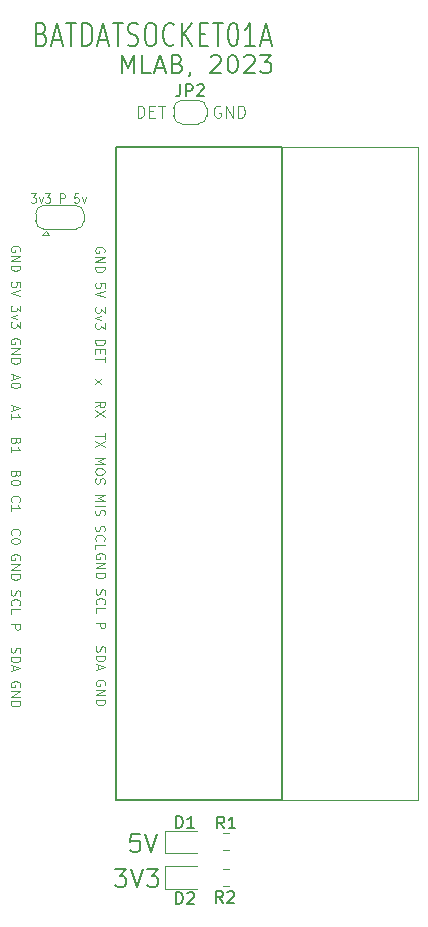
<source format=gbr>
%TF.GenerationSoftware,KiCad,Pcbnew,7.0.8-7.0.8~ubuntu23.04.1*%
%TF.CreationDate,2023-11-07T17:31:57+00:00*%
%TF.ProjectId,BATDATSOCKET01,42415444-4154-4534-9f43-4b455430312e,rev?*%
%TF.SameCoordinates,Original*%
%TF.FileFunction,Legend,Top*%
%TF.FilePolarity,Positive*%
%FSLAX46Y46*%
G04 Gerber Fmt 4.6, Leading zero omitted, Abs format (unit mm)*
G04 Created by KiCad (PCBNEW 7.0.8-7.0.8~ubuntu23.04.1) date 2023-11-07 17:31:57*
%MOMM*%
%LPD*%
G01*
G04 APERTURE LIST*
%ADD10C,0.100000*%
%ADD11C,0.150000*%
%ADD12C,0.200000*%
%ADD13C,0.120000*%
G04 APERTURE END LIST*
D10*
X-16748991Y61679688D02*
X-16710896Y61755878D01*
X-16710896Y61755878D02*
X-16710896Y61870164D01*
X-16710896Y61870164D02*
X-16748991Y61984450D01*
X-16748991Y61984450D02*
X-16825181Y62060640D01*
X-16825181Y62060640D02*
X-16901372Y62098735D01*
X-16901372Y62098735D02*
X-17053753Y62136831D01*
X-17053753Y62136831D02*
X-17168039Y62136831D01*
X-17168039Y62136831D02*
X-17320420Y62098735D01*
X-17320420Y62098735D02*
X-17396610Y62060640D01*
X-17396610Y62060640D02*
X-17472800Y61984450D01*
X-17472800Y61984450D02*
X-17510896Y61870164D01*
X-17510896Y61870164D02*
X-17510896Y61793973D01*
X-17510896Y61793973D02*
X-17472800Y61679688D01*
X-17472800Y61679688D02*
X-17434705Y61641592D01*
X-17434705Y61641592D02*
X-17168039Y61641592D01*
X-17168039Y61641592D02*
X-17168039Y61793973D01*
X-17510896Y61298735D02*
X-16710896Y61298735D01*
X-16710896Y61298735D02*
X-17510896Y60841592D01*
X-17510896Y60841592D02*
X-16710896Y60841592D01*
X-17510896Y60460640D02*
X-16710896Y60460640D01*
X-16710896Y60460640D02*
X-16710896Y60270164D01*
X-16710896Y60270164D02*
X-16748991Y60155878D01*
X-16748991Y60155878D02*
X-16825181Y60079688D01*
X-16825181Y60079688D02*
X-16901372Y60041593D01*
X-16901372Y60041593D02*
X-17053753Y60003497D01*
X-17053753Y60003497D02*
X-17168039Y60003497D01*
X-17168039Y60003497D02*
X-17320420Y60041593D01*
X-17320420Y60041593D02*
X-17396610Y60079688D01*
X-17396610Y60079688D02*
X-17472800Y60155878D01*
X-17472800Y60155878D02*
X-17510896Y60270164D01*
X-17510896Y60270164D02*
X-17510896Y60460640D01*
X-16710896Y58670164D02*
X-16710896Y59051116D01*
X-16710896Y59051116D02*
X-17091848Y59089212D01*
X-17091848Y59089212D02*
X-17053753Y59051116D01*
X-17053753Y59051116D02*
X-17015658Y58974926D01*
X-17015658Y58974926D02*
X-17015658Y58784450D01*
X-17015658Y58784450D02*
X-17053753Y58708259D01*
X-17053753Y58708259D02*
X-17091848Y58670164D01*
X-17091848Y58670164D02*
X-17168039Y58632069D01*
X-17168039Y58632069D02*
X-17358515Y58632069D01*
X-17358515Y58632069D02*
X-17434705Y58670164D01*
X-17434705Y58670164D02*
X-17472800Y58708259D01*
X-17472800Y58708259D02*
X-17510896Y58784450D01*
X-17510896Y58784450D02*
X-17510896Y58974926D01*
X-17510896Y58974926D02*
X-17472800Y59051116D01*
X-17472800Y59051116D02*
X-17434705Y59089212D01*
X-16710896Y58403497D02*
X-17510896Y58136830D01*
X-17510896Y58136830D02*
X-16710896Y57870164D01*
X-16710896Y57070164D02*
X-16710896Y56574926D01*
X-16710896Y56574926D02*
X-17015658Y56841592D01*
X-17015658Y56841592D02*
X-17015658Y56727307D01*
X-17015658Y56727307D02*
X-17053753Y56651116D01*
X-17053753Y56651116D02*
X-17091848Y56613021D01*
X-17091848Y56613021D02*
X-17168039Y56574926D01*
X-17168039Y56574926D02*
X-17358515Y56574926D01*
X-17358515Y56574926D02*
X-17434705Y56613021D01*
X-17434705Y56613021D02*
X-17472800Y56651116D01*
X-17472800Y56651116D02*
X-17510896Y56727307D01*
X-17510896Y56727307D02*
X-17510896Y56955878D01*
X-17510896Y56955878D02*
X-17472800Y57032069D01*
X-17472800Y57032069D02*
X-17434705Y57070164D01*
X-16977562Y56308259D02*
X-17510896Y56117783D01*
X-17510896Y56117783D02*
X-16977562Y55927306D01*
X-16710896Y55698735D02*
X-16710896Y55203497D01*
X-16710896Y55203497D02*
X-17015658Y55470163D01*
X-17015658Y55470163D02*
X-17015658Y55355878D01*
X-17015658Y55355878D02*
X-17053753Y55279687D01*
X-17053753Y55279687D02*
X-17091848Y55241592D01*
X-17091848Y55241592D02*
X-17168039Y55203497D01*
X-17168039Y55203497D02*
X-17358515Y55203497D01*
X-17358515Y55203497D02*
X-17434705Y55241592D01*
X-17434705Y55241592D02*
X-17472800Y55279687D01*
X-17472800Y55279687D02*
X-17510896Y55355878D01*
X-17510896Y55355878D02*
X-17510896Y55584449D01*
X-17510896Y55584449D02*
X-17472800Y55660640D01*
X-17472800Y55660640D02*
X-17434705Y55698735D01*
X-17510896Y54251115D02*
X-16710896Y54251115D01*
X-16710896Y54251115D02*
X-16710896Y54060639D01*
X-16710896Y54060639D02*
X-16748991Y53946353D01*
X-16748991Y53946353D02*
X-16825181Y53870163D01*
X-16825181Y53870163D02*
X-16901372Y53832068D01*
X-16901372Y53832068D02*
X-17053753Y53793972D01*
X-17053753Y53793972D02*
X-17168039Y53793972D01*
X-17168039Y53793972D02*
X-17320420Y53832068D01*
X-17320420Y53832068D02*
X-17396610Y53870163D01*
X-17396610Y53870163D02*
X-17472800Y53946353D01*
X-17472800Y53946353D02*
X-17510896Y54060639D01*
X-17510896Y54060639D02*
X-17510896Y54251115D01*
X-17091848Y53451115D02*
X-17091848Y53184449D01*
X-17510896Y53070163D02*
X-17510896Y53451115D01*
X-17510896Y53451115D02*
X-16710896Y53451115D01*
X-16710896Y53451115D02*
X-16710896Y53070163D01*
X-16710896Y52841591D02*
X-16710896Y52384448D01*
X-17510896Y52613020D02*
X-16710896Y52613020D01*
X-17510896Y50974924D02*
X-16977562Y50555876D01*
X-16977562Y50974924D02*
X-17510896Y50555876D01*
X-17510896Y48574923D02*
X-17129943Y48841590D01*
X-17510896Y49032066D02*
X-16710896Y49032066D01*
X-16710896Y49032066D02*
X-16710896Y48727304D01*
X-16710896Y48727304D02*
X-16748991Y48651114D01*
X-16748991Y48651114D02*
X-16787086Y48613019D01*
X-16787086Y48613019D02*
X-16863277Y48574923D01*
X-16863277Y48574923D02*
X-16977562Y48574923D01*
X-16977562Y48574923D02*
X-17053753Y48613019D01*
X-17053753Y48613019D02*
X-17091848Y48651114D01*
X-17091848Y48651114D02*
X-17129943Y48727304D01*
X-17129943Y48727304D02*
X-17129943Y49032066D01*
X-16710896Y48308257D02*
X-17510896Y47774923D01*
X-16710896Y47774923D02*
X-17510896Y48308257D01*
X-16710896Y46365399D02*
X-16710896Y45908256D01*
X-17510896Y46136828D02*
X-16710896Y46136828D01*
X-16710896Y45717780D02*
X-17510896Y45184446D01*
X-16710896Y45184446D02*
X-17510896Y45717780D01*
X-17510896Y44270160D02*
X-16710896Y44270160D01*
X-16710896Y44270160D02*
X-17282324Y44003494D01*
X-17282324Y44003494D02*
X-16710896Y43736827D01*
X-16710896Y43736827D02*
X-17510896Y43736827D01*
X-16710896Y43203493D02*
X-16710896Y43051112D01*
X-16710896Y43051112D02*
X-16748991Y42974922D01*
X-16748991Y42974922D02*
X-16825181Y42898731D01*
X-16825181Y42898731D02*
X-16977562Y42860636D01*
X-16977562Y42860636D02*
X-17244229Y42860636D01*
X-17244229Y42860636D02*
X-17396610Y42898731D01*
X-17396610Y42898731D02*
X-17472800Y42974922D01*
X-17472800Y42974922D02*
X-17510896Y43051112D01*
X-17510896Y43051112D02*
X-17510896Y43203493D01*
X-17510896Y43203493D02*
X-17472800Y43279684D01*
X-17472800Y43279684D02*
X-17396610Y43355874D01*
X-17396610Y43355874D02*
X-17244229Y43393970D01*
X-17244229Y43393970D02*
X-16977562Y43393970D01*
X-16977562Y43393970D02*
X-16825181Y43355874D01*
X-16825181Y43355874D02*
X-16748991Y43279684D01*
X-16748991Y43279684D02*
X-16710896Y43203493D01*
X-17472800Y42555875D02*
X-17510896Y42441589D01*
X-17510896Y42441589D02*
X-17510896Y42251113D01*
X-17510896Y42251113D02*
X-17472800Y42174922D01*
X-17472800Y42174922D02*
X-17434705Y42136827D01*
X-17434705Y42136827D02*
X-17358515Y42098732D01*
X-17358515Y42098732D02*
X-17282324Y42098732D01*
X-17282324Y42098732D02*
X-17206134Y42136827D01*
X-17206134Y42136827D02*
X-17168039Y42174922D01*
X-17168039Y42174922D02*
X-17129943Y42251113D01*
X-17129943Y42251113D02*
X-17091848Y42403494D01*
X-17091848Y42403494D02*
X-17053753Y42479684D01*
X-17053753Y42479684D02*
X-17015658Y42517779D01*
X-17015658Y42517779D02*
X-16939467Y42555875D01*
X-16939467Y42555875D02*
X-16863277Y42555875D01*
X-16863277Y42555875D02*
X-16787086Y42517779D01*
X-16787086Y42517779D02*
X-16748991Y42479684D01*
X-16748991Y42479684D02*
X-16710896Y42403494D01*
X-16710896Y42403494D02*
X-16710896Y42213017D01*
X-16710896Y42213017D02*
X-16748991Y42098732D01*
X-17510896Y41146350D02*
X-16710896Y41146350D01*
X-16710896Y41146350D02*
X-17282324Y40879684D01*
X-17282324Y40879684D02*
X-16710896Y40613017D01*
X-16710896Y40613017D02*
X-17510896Y40613017D01*
X-17510896Y40232064D02*
X-16710896Y40232064D01*
X-17472800Y39889208D02*
X-17510896Y39774922D01*
X-17510896Y39774922D02*
X-17510896Y39584446D01*
X-17510896Y39584446D02*
X-17472800Y39508255D01*
X-17472800Y39508255D02*
X-17434705Y39470160D01*
X-17434705Y39470160D02*
X-17358515Y39432065D01*
X-17358515Y39432065D02*
X-17282324Y39432065D01*
X-17282324Y39432065D02*
X-17206134Y39470160D01*
X-17206134Y39470160D02*
X-17168039Y39508255D01*
X-17168039Y39508255D02*
X-17129943Y39584446D01*
X-17129943Y39584446D02*
X-17091848Y39736827D01*
X-17091848Y39736827D02*
X-17053753Y39813017D01*
X-17053753Y39813017D02*
X-17015658Y39851112D01*
X-17015658Y39851112D02*
X-16939467Y39889208D01*
X-16939467Y39889208D02*
X-16863277Y39889208D01*
X-16863277Y39889208D02*
X-16787086Y39851112D01*
X-16787086Y39851112D02*
X-16748991Y39813017D01*
X-16748991Y39813017D02*
X-16710896Y39736827D01*
X-16710896Y39736827D02*
X-16710896Y39546350D01*
X-16710896Y39546350D02*
X-16748991Y39432065D01*
X-17472800Y38517779D02*
X-17510896Y38403493D01*
X-17510896Y38403493D02*
X-17510896Y38213017D01*
X-17510896Y38213017D02*
X-17472800Y38136826D01*
X-17472800Y38136826D02*
X-17434705Y38098731D01*
X-17434705Y38098731D02*
X-17358515Y38060636D01*
X-17358515Y38060636D02*
X-17282324Y38060636D01*
X-17282324Y38060636D02*
X-17206134Y38098731D01*
X-17206134Y38098731D02*
X-17168039Y38136826D01*
X-17168039Y38136826D02*
X-17129943Y38213017D01*
X-17129943Y38213017D02*
X-17091848Y38365398D01*
X-17091848Y38365398D02*
X-17053753Y38441588D01*
X-17053753Y38441588D02*
X-17015658Y38479683D01*
X-17015658Y38479683D02*
X-16939467Y38517779D01*
X-16939467Y38517779D02*
X-16863277Y38517779D01*
X-16863277Y38517779D02*
X-16787086Y38479683D01*
X-16787086Y38479683D02*
X-16748991Y38441588D01*
X-16748991Y38441588D02*
X-16710896Y38365398D01*
X-16710896Y38365398D02*
X-16710896Y38174921D01*
X-16710896Y38174921D02*
X-16748991Y38060636D01*
X-17434705Y37260635D02*
X-17472800Y37298731D01*
X-17472800Y37298731D02*
X-17510896Y37413016D01*
X-17510896Y37413016D02*
X-17510896Y37489207D01*
X-17510896Y37489207D02*
X-17472800Y37603493D01*
X-17472800Y37603493D02*
X-17396610Y37679683D01*
X-17396610Y37679683D02*
X-17320420Y37717778D01*
X-17320420Y37717778D02*
X-17168039Y37755874D01*
X-17168039Y37755874D02*
X-17053753Y37755874D01*
X-17053753Y37755874D02*
X-16901372Y37717778D01*
X-16901372Y37717778D02*
X-16825181Y37679683D01*
X-16825181Y37679683D02*
X-16748991Y37603493D01*
X-16748991Y37603493D02*
X-16710896Y37489207D01*
X-16710896Y37489207D02*
X-16710896Y37413016D01*
X-16710896Y37413016D02*
X-16748991Y37298731D01*
X-16748991Y37298731D02*
X-16787086Y37260635D01*
X-17510896Y36536826D02*
X-17510896Y36917778D01*
X-17510896Y36917778D02*
X-16710896Y36917778D01*
X-23884991Y61779688D02*
X-23846896Y61855878D01*
X-23846896Y61855878D02*
X-23846896Y61970164D01*
X-23846896Y61970164D02*
X-23884991Y62084450D01*
X-23884991Y62084450D02*
X-23961181Y62160640D01*
X-23961181Y62160640D02*
X-24037372Y62198735D01*
X-24037372Y62198735D02*
X-24189753Y62236831D01*
X-24189753Y62236831D02*
X-24304039Y62236831D01*
X-24304039Y62236831D02*
X-24456420Y62198735D01*
X-24456420Y62198735D02*
X-24532610Y62160640D01*
X-24532610Y62160640D02*
X-24608800Y62084450D01*
X-24608800Y62084450D02*
X-24646896Y61970164D01*
X-24646896Y61970164D02*
X-24646896Y61893973D01*
X-24646896Y61893973D02*
X-24608800Y61779688D01*
X-24608800Y61779688D02*
X-24570705Y61741592D01*
X-24570705Y61741592D02*
X-24304039Y61741592D01*
X-24304039Y61741592D02*
X-24304039Y61893973D01*
X-24646896Y61398735D02*
X-23846896Y61398735D01*
X-23846896Y61398735D02*
X-24646896Y60941592D01*
X-24646896Y60941592D02*
X-23846896Y60941592D01*
X-24646896Y60560640D02*
X-23846896Y60560640D01*
X-23846896Y60560640D02*
X-23846896Y60370164D01*
X-23846896Y60370164D02*
X-23884991Y60255878D01*
X-23884991Y60255878D02*
X-23961181Y60179688D01*
X-23961181Y60179688D02*
X-24037372Y60141593D01*
X-24037372Y60141593D02*
X-24189753Y60103497D01*
X-24189753Y60103497D02*
X-24304039Y60103497D01*
X-24304039Y60103497D02*
X-24456420Y60141593D01*
X-24456420Y60141593D02*
X-24532610Y60179688D01*
X-24532610Y60179688D02*
X-24608800Y60255878D01*
X-24608800Y60255878D02*
X-24646896Y60370164D01*
X-24646896Y60370164D02*
X-24646896Y60560640D01*
X-23846896Y58770164D02*
X-23846896Y59151116D01*
X-23846896Y59151116D02*
X-24227848Y59189212D01*
X-24227848Y59189212D02*
X-24189753Y59151116D01*
X-24189753Y59151116D02*
X-24151658Y59074926D01*
X-24151658Y59074926D02*
X-24151658Y58884450D01*
X-24151658Y58884450D02*
X-24189753Y58808259D01*
X-24189753Y58808259D02*
X-24227848Y58770164D01*
X-24227848Y58770164D02*
X-24304039Y58732069D01*
X-24304039Y58732069D02*
X-24494515Y58732069D01*
X-24494515Y58732069D02*
X-24570705Y58770164D01*
X-24570705Y58770164D02*
X-24608800Y58808259D01*
X-24608800Y58808259D02*
X-24646896Y58884450D01*
X-24646896Y58884450D02*
X-24646896Y59074926D01*
X-24646896Y59074926D02*
X-24608800Y59151116D01*
X-24608800Y59151116D02*
X-24570705Y59189212D01*
X-23846896Y58503497D02*
X-24646896Y58236830D01*
X-24646896Y58236830D02*
X-23846896Y57970164D01*
X-23846896Y57170164D02*
X-23846896Y56674926D01*
X-23846896Y56674926D02*
X-24151658Y56941592D01*
X-24151658Y56941592D02*
X-24151658Y56827307D01*
X-24151658Y56827307D02*
X-24189753Y56751116D01*
X-24189753Y56751116D02*
X-24227848Y56713021D01*
X-24227848Y56713021D02*
X-24304039Y56674926D01*
X-24304039Y56674926D02*
X-24494515Y56674926D01*
X-24494515Y56674926D02*
X-24570705Y56713021D01*
X-24570705Y56713021D02*
X-24608800Y56751116D01*
X-24608800Y56751116D02*
X-24646896Y56827307D01*
X-24646896Y56827307D02*
X-24646896Y57055878D01*
X-24646896Y57055878D02*
X-24608800Y57132069D01*
X-24608800Y57132069D02*
X-24570705Y57170164D01*
X-24113562Y56408259D02*
X-24646896Y56217783D01*
X-24646896Y56217783D02*
X-24113562Y56027306D01*
X-23846896Y55798735D02*
X-23846896Y55303497D01*
X-23846896Y55303497D02*
X-24151658Y55570163D01*
X-24151658Y55570163D02*
X-24151658Y55455878D01*
X-24151658Y55455878D02*
X-24189753Y55379687D01*
X-24189753Y55379687D02*
X-24227848Y55341592D01*
X-24227848Y55341592D02*
X-24304039Y55303497D01*
X-24304039Y55303497D02*
X-24494515Y55303497D01*
X-24494515Y55303497D02*
X-24570705Y55341592D01*
X-24570705Y55341592D02*
X-24608800Y55379687D01*
X-24608800Y55379687D02*
X-24646896Y55455878D01*
X-24646896Y55455878D02*
X-24646896Y55684449D01*
X-24646896Y55684449D02*
X-24608800Y55760640D01*
X-24608800Y55760640D02*
X-24570705Y55798735D01*
X-23884991Y53932068D02*
X-23846896Y54008258D01*
X-23846896Y54008258D02*
X-23846896Y54122544D01*
X-23846896Y54122544D02*
X-23884991Y54236830D01*
X-23884991Y54236830D02*
X-23961181Y54313020D01*
X-23961181Y54313020D02*
X-24037372Y54351115D01*
X-24037372Y54351115D02*
X-24189753Y54389211D01*
X-24189753Y54389211D02*
X-24304039Y54389211D01*
X-24304039Y54389211D02*
X-24456420Y54351115D01*
X-24456420Y54351115D02*
X-24532610Y54313020D01*
X-24532610Y54313020D02*
X-24608800Y54236830D01*
X-24608800Y54236830D02*
X-24646896Y54122544D01*
X-24646896Y54122544D02*
X-24646896Y54046353D01*
X-24646896Y54046353D02*
X-24608800Y53932068D01*
X-24608800Y53932068D02*
X-24570705Y53893972D01*
X-24570705Y53893972D02*
X-24304039Y53893972D01*
X-24304039Y53893972D02*
X-24304039Y54046353D01*
X-24646896Y53551115D02*
X-23846896Y53551115D01*
X-23846896Y53551115D02*
X-24646896Y53093972D01*
X-24646896Y53093972D02*
X-23846896Y53093972D01*
X-24646896Y52713020D02*
X-23846896Y52713020D01*
X-23846896Y52713020D02*
X-23846896Y52522544D01*
X-23846896Y52522544D02*
X-23884991Y52408258D01*
X-23884991Y52408258D02*
X-23961181Y52332068D01*
X-23961181Y52332068D02*
X-24037372Y52293973D01*
X-24037372Y52293973D02*
X-24189753Y52255877D01*
X-24189753Y52255877D02*
X-24304039Y52255877D01*
X-24304039Y52255877D02*
X-24456420Y52293973D01*
X-24456420Y52293973D02*
X-24532610Y52332068D01*
X-24532610Y52332068D02*
X-24608800Y52408258D01*
X-24608800Y52408258D02*
X-24646896Y52522544D01*
X-24646896Y52522544D02*
X-24646896Y52713020D01*
X-24418324Y51341592D02*
X-24418324Y50960639D01*
X-24646896Y51417782D02*
X-23846896Y51151115D01*
X-23846896Y51151115D02*
X-24646896Y50884449D01*
X-23846896Y50465401D02*
X-23846896Y50389211D01*
X-23846896Y50389211D02*
X-23884991Y50313020D01*
X-23884991Y50313020D02*
X-23923086Y50274925D01*
X-23923086Y50274925D02*
X-23999277Y50236830D01*
X-23999277Y50236830D02*
X-24151658Y50198735D01*
X-24151658Y50198735D02*
X-24342134Y50198735D01*
X-24342134Y50198735D02*
X-24494515Y50236830D01*
X-24494515Y50236830D02*
X-24570705Y50274925D01*
X-24570705Y50274925D02*
X-24608800Y50313020D01*
X-24608800Y50313020D02*
X-24646896Y50389211D01*
X-24646896Y50389211D02*
X-24646896Y50465401D01*
X-24646896Y50465401D02*
X-24608800Y50541592D01*
X-24608800Y50541592D02*
X-24570705Y50579687D01*
X-24570705Y50579687D02*
X-24494515Y50617782D01*
X-24494515Y50617782D02*
X-24342134Y50655878D01*
X-24342134Y50655878D02*
X-24151658Y50655878D01*
X-24151658Y50655878D02*
X-23999277Y50617782D01*
X-23999277Y50617782D02*
X-23923086Y50579687D01*
X-23923086Y50579687D02*
X-23884991Y50541592D01*
X-23884991Y50541592D02*
X-23846896Y50465401D01*
X-24418324Y48674925D02*
X-24418324Y48293972D01*
X-24646896Y48751115D02*
X-23846896Y48484448D01*
X-23846896Y48484448D02*
X-24646896Y48217782D01*
X-24646896Y47532068D02*
X-24646896Y47989211D01*
X-24646896Y47760639D02*
X-23846896Y47760639D01*
X-23846896Y47760639D02*
X-23961181Y47836830D01*
X-23961181Y47836830D02*
X-24037372Y47913020D01*
X-24037372Y47913020D02*
X-24075467Y47989211D01*
X-24227848Y45703496D02*
X-24265943Y45589210D01*
X-24265943Y45589210D02*
X-24304039Y45551115D01*
X-24304039Y45551115D02*
X-24380229Y45513019D01*
X-24380229Y45513019D02*
X-24494515Y45513019D01*
X-24494515Y45513019D02*
X-24570705Y45551115D01*
X-24570705Y45551115D02*
X-24608800Y45589210D01*
X-24608800Y45589210D02*
X-24646896Y45665400D01*
X-24646896Y45665400D02*
X-24646896Y45970162D01*
X-24646896Y45970162D02*
X-23846896Y45970162D01*
X-23846896Y45970162D02*
X-23846896Y45703496D01*
X-23846896Y45703496D02*
X-23884991Y45627305D01*
X-23884991Y45627305D02*
X-23923086Y45589210D01*
X-23923086Y45589210D02*
X-23999277Y45551115D01*
X-23999277Y45551115D02*
X-24075467Y45551115D01*
X-24075467Y45551115D02*
X-24151658Y45589210D01*
X-24151658Y45589210D02*
X-24189753Y45627305D01*
X-24189753Y45627305D02*
X-24227848Y45703496D01*
X-24227848Y45703496D02*
X-24227848Y45970162D01*
X-24646896Y44751115D02*
X-24646896Y45208258D01*
X-24646896Y44979686D02*
X-23846896Y44979686D01*
X-23846896Y44979686D02*
X-23961181Y45055877D01*
X-23961181Y45055877D02*
X-24037372Y45132067D01*
X-24037372Y45132067D02*
X-24075467Y45208258D01*
X-24227848Y42922543D02*
X-24265943Y42808257D01*
X-24265943Y42808257D02*
X-24304039Y42770162D01*
X-24304039Y42770162D02*
X-24380229Y42732066D01*
X-24380229Y42732066D02*
X-24494515Y42732066D01*
X-24494515Y42732066D02*
X-24570705Y42770162D01*
X-24570705Y42770162D02*
X-24608800Y42808257D01*
X-24608800Y42808257D02*
X-24646896Y42884447D01*
X-24646896Y42884447D02*
X-24646896Y43189209D01*
X-24646896Y43189209D02*
X-23846896Y43189209D01*
X-23846896Y43189209D02*
X-23846896Y42922543D01*
X-23846896Y42922543D02*
X-23884991Y42846352D01*
X-23884991Y42846352D02*
X-23923086Y42808257D01*
X-23923086Y42808257D02*
X-23999277Y42770162D01*
X-23999277Y42770162D02*
X-24075467Y42770162D01*
X-24075467Y42770162D02*
X-24151658Y42808257D01*
X-24151658Y42808257D02*
X-24189753Y42846352D01*
X-24189753Y42846352D02*
X-24227848Y42922543D01*
X-24227848Y42922543D02*
X-24227848Y43189209D01*
X-23846896Y42236828D02*
X-23846896Y42160638D01*
X-23846896Y42160638D02*
X-23884991Y42084447D01*
X-23884991Y42084447D02*
X-23923086Y42046352D01*
X-23923086Y42046352D02*
X-23999277Y42008257D01*
X-23999277Y42008257D02*
X-24151658Y41970162D01*
X-24151658Y41970162D02*
X-24342134Y41970162D01*
X-24342134Y41970162D02*
X-24494515Y42008257D01*
X-24494515Y42008257D02*
X-24570705Y42046352D01*
X-24570705Y42046352D02*
X-24608800Y42084447D01*
X-24608800Y42084447D02*
X-24646896Y42160638D01*
X-24646896Y42160638D02*
X-24646896Y42236828D01*
X-24646896Y42236828D02*
X-24608800Y42313019D01*
X-24608800Y42313019D02*
X-24570705Y42351114D01*
X-24570705Y42351114D02*
X-24494515Y42389209D01*
X-24494515Y42389209D02*
X-24342134Y42427305D01*
X-24342134Y42427305D02*
X-24151658Y42427305D01*
X-24151658Y42427305D02*
X-23999277Y42389209D01*
X-23999277Y42389209D02*
X-23923086Y42351114D01*
X-23923086Y42351114D02*
X-23884991Y42313019D01*
X-23884991Y42313019D02*
X-23846896Y42236828D01*
X-24570705Y40560637D02*
X-24608800Y40598733D01*
X-24608800Y40598733D02*
X-24646896Y40713018D01*
X-24646896Y40713018D02*
X-24646896Y40789209D01*
X-24646896Y40789209D02*
X-24608800Y40903495D01*
X-24608800Y40903495D02*
X-24532610Y40979685D01*
X-24532610Y40979685D02*
X-24456420Y41017780D01*
X-24456420Y41017780D02*
X-24304039Y41055876D01*
X-24304039Y41055876D02*
X-24189753Y41055876D01*
X-24189753Y41055876D02*
X-24037372Y41017780D01*
X-24037372Y41017780D02*
X-23961181Y40979685D01*
X-23961181Y40979685D02*
X-23884991Y40903495D01*
X-23884991Y40903495D02*
X-23846896Y40789209D01*
X-23846896Y40789209D02*
X-23846896Y40713018D01*
X-23846896Y40713018D02*
X-23884991Y40598733D01*
X-23884991Y40598733D02*
X-23923086Y40560637D01*
X-24646896Y39798733D02*
X-24646896Y40255876D01*
X-24646896Y40027304D02*
X-23846896Y40027304D01*
X-23846896Y40027304D02*
X-23961181Y40103495D01*
X-23961181Y40103495D02*
X-24037372Y40179685D01*
X-24037372Y40179685D02*
X-24075467Y40255876D01*
X-24570705Y37779684D02*
X-24608800Y37817780D01*
X-24608800Y37817780D02*
X-24646896Y37932065D01*
X-24646896Y37932065D02*
X-24646896Y38008256D01*
X-24646896Y38008256D02*
X-24608800Y38122542D01*
X-24608800Y38122542D02*
X-24532610Y38198732D01*
X-24532610Y38198732D02*
X-24456420Y38236827D01*
X-24456420Y38236827D02*
X-24304039Y38274923D01*
X-24304039Y38274923D02*
X-24189753Y38274923D01*
X-24189753Y38274923D02*
X-24037372Y38236827D01*
X-24037372Y38236827D02*
X-23961181Y38198732D01*
X-23961181Y38198732D02*
X-23884991Y38122542D01*
X-23884991Y38122542D02*
X-23846896Y38008256D01*
X-23846896Y38008256D02*
X-23846896Y37932065D01*
X-23846896Y37932065D02*
X-23884991Y37817780D01*
X-23884991Y37817780D02*
X-23923086Y37779684D01*
X-23846896Y37284446D02*
X-23846896Y37208256D01*
X-23846896Y37208256D02*
X-23884991Y37132065D01*
X-23884991Y37132065D02*
X-23923086Y37093970D01*
X-23923086Y37093970D02*
X-23999277Y37055875D01*
X-23999277Y37055875D02*
X-24151658Y37017780D01*
X-24151658Y37017780D02*
X-24342134Y37017780D01*
X-24342134Y37017780D02*
X-24494515Y37055875D01*
X-24494515Y37055875D02*
X-24570705Y37093970D01*
X-24570705Y37093970D02*
X-24608800Y37132065D01*
X-24608800Y37132065D02*
X-24646896Y37208256D01*
X-24646896Y37208256D02*
X-24646896Y37284446D01*
X-24646896Y37284446D02*
X-24608800Y37360637D01*
X-24608800Y37360637D02*
X-24570705Y37398732D01*
X-24570705Y37398732D02*
X-24494515Y37436827D01*
X-24494515Y37436827D02*
X-24342134Y37474923D01*
X-24342134Y37474923D02*
X-24151658Y37474923D01*
X-24151658Y37474923D02*
X-23999277Y37436827D01*
X-23999277Y37436827D02*
X-23923086Y37398732D01*
X-23923086Y37398732D02*
X-23884991Y37360637D01*
X-23884991Y37360637D02*
X-23846896Y37284446D01*
X-23884991Y35646351D02*
X-23846896Y35722541D01*
X-23846896Y35722541D02*
X-23846896Y35836827D01*
X-23846896Y35836827D02*
X-23884991Y35951113D01*
X-23884991Y35951113D02*
X-23961181Y36027303D01*
X-23961181Y36027303D02*
X-24037372Y36065398D01*
X-24037372Y36065398D02*
X-24189753Y36103494D01*
X-24189753Y36103494D02*
X-24304039Y36103494D01*
X-24304039Y36103494D02*
X-24456420Y36065398D01*
X-24456420Y36065398D02*
X-24532610Y36027303D01*
X-24532610Y36027303D02*
X-24608800Y35951113D01*
X-24608800Y35951113D02*
X-24646896Y35836827D01*
X-24646896Y35836827D02*
X-24646896Y35760636D01*
X-24646896Y35760636D02*
X-24608800Y35646351D01*
X-24608800Y35646351D02*
X-24570705Y35608255D01*
X-24570705Y35608255D02*
X-24304039Y35608255D01*
X-24304039Y35608255D02*
X-24304039Y35760636D01*
X-24646896Y35265398D02*
X-23846896Y35265398D01*
X-23846896Y35265398D02*
X-24646896Y34808255D01*
X-24646896Y34808255D02*
X-23846896Y34808255D01*
X-24646896Y34427303D02*
X-23846896Y34427303D01*
X-23846896Y34427303D02*
X-23846896Y34236827D01*
X-23846896Y34236827D02*
X-23884991Y34122541D01*
X-23884991Y34122541D02*
X-23961181Y34046351D01*
X-23961181Y34046351D02*
X-24037372Y34008256D01*
X-24037372Y34008256D02*
X-24189753Y33970160D01*
X-24189753Y33970160D02*
X-24304039Y33970160D01*
X-24304039Y33970160D02*
X-24456420Y34008256D01*
X-24456420Y34008256D02*
X-24532610Y34046351D01*
X-24532610Y34046351D02*
X-24608800Y34122541D01*
X-24608800Y34122541D02*
X-24646896Y34236827D01*
X-24646896Y34236827D02*
X-24646896Y34427303D01*
X-24608800Y33055875D02*
X-24646896Y32941589D01*
X-24646896Y32941589D02*
X-24646896Y32751113D01*
X-24646896Y32751113D02*
X-24608800Y32674922D01*
X-24608800Y32674922D02*
X-24570705Y32636827D01*
X-24570705Y32636827D02*
X-24494515Y32598732D01*
X-24494515Y32598732D02*
X-24418324Y32598732D01*
X-24418324Y32598732D02*
X-24342134Y32636827D01*
X-24342134Y32636827D02*
X-24304039Y32674922D01*
X-24304039Y32674922D02*
X-24265943Y32751113D01*
X-24265943Y32751113D02*
X-24227848Y32903494D01*
X-24227848Y32903494D02*
X-24189753Y32979684D01*
X-24189753Y32979684D02*
X-24151658Y33017779D01*
X-24151658Y33017779D02*
X-24075467Y33055875D01*
X-24075467Y33055875D02*
X-23999277Y33055875D01*
X-23999277Y33055875D02*
X-23923086Y33017779D01*
X-23923086Y33017779D02*
X-23884991Y32979684D01*
X-23884991Y32979684D02*
X-23846896Y32903494D01*
X-23846896Y32903494D02*
X-23846896Y32713017D01*
X-23846896Y32713017D02*
X-23884991Y32598732D01*
X-24570705Y31798731D02*
X-24608800Y31836827D01*
X-24608800Y31836827D02*
X-24646896Y31951112D01*
X-24646896Y31951112D02*
X-24646896Y32027303D01*
X-24646896Y32027303D02*
X-24608800Y32141589D01*
X-24608800Y32141589D02*
X-24532610Y32217779D01*
X-24532610Y32217779D02*
X-24456420Y32255874D01*
X-24456420Y32255874D02*
X-24304039Y32293970D01*
X-24304039Y32293970D02*
X-24189753Y32293970D01*
X-24189753Y32293970D02*
X-24037372Y32255874D01*
X-24037372Y32255874D02*
X-23961181Y32217779D01*
X-23961181Y32217779D02*
X-23884991Y32141589D01*
X-23884991Y32141589D02*
X-23846896Y32027303D01*
X-23846896Y32027303D02*
X-23846896Y31951112D01*
X-23846896Y31951112D02*
X-23884991Y31836827D01*
X-23884991Y31836827D02*
X-23923086Y31798731D01*
X-24646896Y31074922D02*
X-24646896Y31455874D01*
X-24646896Y31455874D02*
X-23846896Y31455874D01*
X-24646896Y30198731D02*
X-23846896Y30198731D01*
X-23846896Y30198731D02*
X-23846896Y29893969D01*
X-23846896Y29893969D02*
X-23884991Y29817779D01*
X-23884991Y29817779D02*
X-23923086Y29779684D01*
X-23923086Y29779684D02*
X-23999277Y29741588D01*
X-23999277Y29741588D02*
X-24113562Y29741588D01*
X-24113562Y29741588D02*
X-24189753Y29779684D01*
X-24189753Y29779684D02*
X-24227848Y29817779D01*
X-24227848Y29817779D02*
X-24265943Y29893969D01*
X-24265943Y29893969D02*
X-24265943Y30198731D01*
X-24608800Y28217779D02*
X-24646896Y28103493D01*
X-24646896Y28103493D02*
X-24646896Y27913017D01*
X-24646896Y27913017D02*
X-24608800Y27836826D01*
X-24608800Y27836826D02*
X-24570705Y27798731D01*
X-24570705Y27798731D02*
X-24494515Y27760636D01*
X-24494515Y27760636D02*
X-24418324Y27760636D01*
X-24418324Y27760636D02*
X-24342134Y27798731D01*
X-24342134Y27798731D02*
X-24304039Y27836826D01*
X-24304039Y27836826D02*
X-24265943Y27913017D01*
X-24265943Y27913017D02*
X-24227848Y28065398D01*
X-24227848Y28065398D02*
X-24189753Y28141588D01*
X-24189753Y28141588D02*
X-24151658Y28179683D01*
X-24151658Y28179683D02*
X-24075467Y28217779D01*
X-24075467Y28217779D02*
X-23999277Y28217779D01*
X-23999277Y28217779D02*
X-23923086Y28179683D01*
X-23923086Y28179683D02*
X-23884991Y28141588D01*
X-23884991Y28141588D02*
X-23846896Y28065398D01*
X-23846896Y28065398D02*
X-23846896Y27874921D01*
X-23846896Y27874921D02*
X-23884991Y27760636D01*
X-24646896Y27417778D02*
X-23846896Y27417778D01*
X-23846896Y27417778D02*
X-23846896Y27227302D01*
X-23846896Y27227302D02*
X-23884991Y27113016D01*
X-23884991Y27113016D02*
X-23961181Y27036826D01*
X-23961181Y27036826D02*
X-24037372Y26998731D01*
X-24037372Y26998731D02*
X-24189753Y26960635D01*
X-24189753Y26960635D02*
X-24304039Y26960635D01*
X-24304039Y26960635D02*
X-24456420Y26998731D01*
X-24456420Y26998731D02*
X-24532610Y27036826D01*
X-24532610Y27036826D02*
X-24608800Y27113016D01*
X-24608800Y27113016D02*
X-24646896Y27227302D01*
X-24646896Y27227302D02*
X-24646896Y27417778D01*
X-24418324Y26655874D02*
X-24418324Y26274921D01*
X-24646896Y26732064D02*
X-23846896Y26465397D01*
X-23846896Y26465397D02*
X-24646896Y26198731D01*
X-23884991Y24903493D02*
X-23846896Y24979683D01*
X-23846896Y24979683D02*
X-23846896Y25093969D01*
X-23846896Y25093969D02*
X-23884991Y25208255D01*
X-23884991Y25208255D02*
X-23961181Y25284445D01*
X-23961181Y25284445D02*
X-24037372Y25322540D01*
X-24037372Y25322540D02*
X-24189753Y25360636D01*
X-24189753Y25360636D02*
X-24304039Y25360636D01*
X-24304039Y25360636D02*
X-24456420Y25322540D01*
X-24456420Y25322540D02*
X-24532610Y25284445D01*
X-24532610Y25284445D02*
X-24608800Y25208255D01*
X-24608800Y25208255D02*
X-24646896Y25093969D01*
X-24646896Y25093969D02*
X-24646896Y25017778D01*
X-24646896Y25017778D02*
X-24608800Y24903493D01*
X-24608800Y24903493D02*
X-24570705Y24865397D01*
X-24570705Y24865397D02*
X-24304039Y24865397D01*
X-24304039Y24865397D02*
X-24304039Y25017778D01*
X-24646896Y24522540D02*
X-23846896Y24522540D01*
X-23846896Y24522540D02*
X-24646896Y24065397D01*
X-24646896Y24065397D02*
X-23846896Y24065397D01*
X-24646896Y23684445D02*
X-23846896Y23684445D01*
X-23846896Y23684445D02*
X-23846896Y23493969D01*
X-23846896Y23493969D02*
X-23884991Y23379683D01*
X-23884991Y23379683D02*
X-23961181Y23303493D01*
X-23961181Y23303493D02*
X-24037372Y23265398D01*
X-24037372Y23265398D02*
X-24189753Y23227302D01*
X-24189753Y23227302D02*
X-24304039Y23227302D01*
X-24304039Y23227302D02*
X-24456420Y23265398D01*
X-24456420Y23265398D02*
X-24532610Y23303493D01*
X-24532610Y23303493D02*
X-24608800Y23379683D01*
X-24608800Y23379683D02*
X-24646896Y23493969D01*
X-24646896Y23493969D02*
X-24646896Y23684445D01*
D11*
X-15801031Y9446372D02*
X-14872459Y9446372D01*
X-14872459Y9446372D02*
X-15372459Y8874943D01*
X-15372459Y8874943D02*
X-15158174Y8874943D01*
X-15158174Y8874943D02*
X-15015316Y8803515D01*
X-15015316Y8803515D02*
X-14943888Y8732086D01*
X-14943888Y8732086D02*
X-14872459Y8589229D01*
X-14872459Y8589229D02*
X-14872459Y8232086D01*
X-14872459Y8232086D02*
X-14943888Y8089229D01*
X-14943888Y8089229D02*
X-15015316Y8017800D01*
X-15015316Y8017800D02*
X-15158174Y7946372D01*
X-15158174Y7946372D02*
X-15586745Y7946372D01*
X-15586745Y7946372D02*
X-15729602Y8017800D01*
X-15729602Y8017800D02*
X-15801031Y8089229D01*
X-14443888Y9446372D02*
X-13943888Y7946372D01*
X-13943888Y7946372D02*
X-13443888Y9446372D01*
X-13086746Y9446372D02*
X-12158174Y9446372D01*
X-12158174Y9446372D02*
X-12658174Y8874943D01*
X-12658174Y8874943D02*
X-12443889Y8874943D01*
X-12443889Y8874943D02*
X-12301031Y8803515D01*
X-12301031Y8803515D02*
X-12229603Y8732086D01*
X-12229603Y8732086D02*
X-12158174Y8589229D01*
X-12158174Y8589229D02*
X-12158174Y8232086D01*
X-12158174Y8232086D02*
X-12229603Y8089229D01*
X-12229603Y8089229D02*
X-12301031Y8017800D01*
X-12301031Y8017800D02*
X-12443889Y7946372D01*
X-12443889Y7946372D02*
X-12872460Y7946372D01*
X-12872460Y7946372D02*
X-13015317Y8017800D01*
X-13015317Y8017800D02*
X-13086746Y8089229D01*
D12*
X-22025280Y80157781D02*
X-21810994Y80062543D01*
X-21810994Y80062543D02*
X-21739565Y79967305D01*
X-21739565Y79967305D02*
X-21668137Y79776829D01*
X-21668137Y79776829D02*
X-21668137Y79491115D01*
X-21668137Y79491115D02*
X-21739565Y79300639D01*
X-21739565Y79300639D02*
X-21810994Y79205400D01*
X-21810994Y79205400D02*
X-21953851Y79110162D01*
X-21953851Y79110162D02*
X-22525280Y79110162D01*
X-22525280Y79110162D02*
X-22525280Y81110162D01*
X-22525280Y81110162D02*
X-22025280Y81110162D01*
X-22025280Y81110162D02*
X-21882422Y81014924D01*
X-21882422Y81014924D02*
X-21810994Y80919686D01*
X-21810994Y80919686D02*
X-21739565Y80729210D01*
X-21739565Y80729210D02*
X-21739565Y80538734D01*
X-21739565Y80538734D02*
X-21810994Y80348258D01*
X-21810994Y80348258D02*
X-21882422Y80253020D01*
X-21882422Y80253020D02*
X-22025280Y80157781D01*
X-22025280Y80157781D02*
X-22525280Y80157781D01*
X-21096708Y79681591D02*
X-20382422Y79681591D01*
X-21239565Y79110162D02*
X-20739565Y81110162D01*
X-20739565Y81110162D02*
X-20239565Y79110162D01*
X-19953851Y81110162D02*
X-19096708Y81110162D01*
X-19525280Y79110162D02*
X-19525280Y81110162D01*
X-18596709Y79110162D02*
X-18596709Y81110162D01*
X-18596709Y81110162D02*
X-18239566Y81110162D01*
X-18239566Y81110162D02*
X-18025280Y81014924D01*
X-18025280Y81014924D02*
X-17882423Y80824448D01*
X-17882423Y80824448D02*
X-17810994Y80633972D01*
X-17810994Y80633972D02*
X-17739566Y80253020D01*
X-17739566Y80253020D02*
X-17739566Y79967305D01*
X-17739566Y79967305D02*
X-17810994Y79586353D01*
X-17810994Y79586353D02*
X-17882423Y79395877D01*
X-17882423Y79395877D02*
X-18025280Y79205400D01*
X-18025280Y79205400D02*
X-18239566Y79110162D01*
X-18239566Y79110162D02*
X-18596709Y79110162D01*
X-17168137Y79681591D02*
X-16453851Y79681591D01*
X-17310994Y79110162D02*
X-16810994Y81110162D01*
X-16810994Y81110162D02*
X-16310994Y79110162D01*
X-16025280Y81110162D02*
X-15168137Y81110162D01*
X-15596709Y79110162D02*
X-15596709Y81110162D01*
X-14739566Y79205400D02*
X-14525280Y79110162D01*
X-14525280Y79110162D02*
X-14168138Y79110162D01*
X-14168138Y79110162D02*
X-14025280Y79205400D01*
X-14025280Y79205400D02*
X-13953852Y79300639D01*
X-13953852Y79300639D02*
X-13882423Y79491115D01*
X-13882423Y79491115D02*
X-13882423Y79681591D01*
X-13882423Y79681591D02*
X-13953852Y79872067D01*
X-13953852Y79872067D02*
X-14025280Y79967305D01*
X-14025280Y79967305D02*
X-14168138Y80062543D01*
X-14168138Y80062543D02*
X-14453852Y80157781D01*
X-14453852Y80157781D02*
X-14596709Y80253020D01*
X-14596709Y80253020D02*
X-14668138Y80348258D01*
X-14668138Y80348258D02*
X-14739566Y80538734D01*
X-14739566Y80538734D02*
X-14739566Y80729210D01*
X-14739566Y80729210D02*
X-14668138Y80919686D01*
X-14668138Y80919686D02*
X-14596709Y81014924D01*
X-14596709Y81014924D02*
X-14453852Y81110162D01*
X-14453852Y81110162D02*
X-14096709Y81110162D01*
X-14096709Y81110162D02*
X-13882423Y81014924D01*
X-12953852Y81110162D02*
X-12668138Y81110162D01*
X-12668138Y81110162D02*
X-12525281Y81014924D01*
X-12525281Y81014924D02*
X-12382424Y80824448D01*
X-12382424Y80824448D02*
X-12310995Y80443496D01*
X-12310995Y80443496D02*
X-12310995Y79776829D01*
X-12310995Y79776829D02*
X-12382424Y79395877D01*
X-12382424Y79395877D02*
X-12525281Y79205400D01*
X-12525281Y79205400D02*
X-12668138Y79110162D01*
X-12668138Y79110162D02*
X-12953852Y79110162D01*
X-12953852Y79110162D02*
X-13096709Y79205400D01*
X-13096709Y79205400D02*
X-13239567Y79395877D01*
X-13239567Y79395877D02*
X-13310995Y79776829D01*
X-13310995Y79776829D02*
X-13310995Y80443496D01*
X-13310995Y80443496D02*
X-13239567Y80824448D01*
X-13239567Y80824448D02*
X-13096709Y81014924D01*
X-13096709Y81014924D02*
X-12953852Y81110162D01*
X-10810995Y79300639D02*
X-10882423Y79205400D01*
X-10882423Y79205400D02*
X-11096709Y79110162D01*
X-11096709Y79110162D02*
X-11239566Y79110162D01*
X-11239566Y79110162D02*
X-11453852Y79205400D01*
X-11453852Y79205400D02*
X-11596709Y79395877D01*
X-11596709Y79395877D02*
X-11668138Y79586353D01*
X-11668138Y79586353D02*
X-11739566Y79967305D01*
X-11739566Y79967305D02*
X-11739566Y80253020D01*
X-11739566Y80253020D02*
X-11668138Y80633972D01*
X-11668138Y80633972D02*
X-11596709Y80824448D01*
X-11596709Y80824448D02*
X-11453852Y81014924D01*
X-11453852Y81014924D02*
X-11239566Y81110162D01*
X-11239566Y81110162D02*
X-11096709Y81110162D01*
X-11096709Y81110162D02*
X-10882423Y81014924D01*
X-10882423Y81014924D02*
X-10810995Y80919686D01*
X-10168138Y79110162D02*
X-10168138Y81110162D01*
X-9310995Y79110162D02*
X-9953852Y80253020D01*
X-9310995Y81110162D02*
X-10168138Y79967305D01*
X-8668138Y80157781D02*
X-8168138Y80157781D01*
X-7953852Y79110162D02*
X-8668138Y79110162D01*
X-8668138Y79110162D02*
X-8668138Y81110162D01*
X-8668138Y81110162D02*
X-7953852Y81110162D01*
X-7525280Y81110162D02*
X-6668137Y81110162D01*
X-7096709Y79110162D02*
X-7096709Y81110162D01*
X-5882423Y81110162D02*
X-5739566Y81110162D01*
X-5739566Y81110162D02*
X-5596709Y81014924D01*
X-5596709Y81014924D02*
X-5525280Y80919686D01*
X-5525280Y80919686D02*
X-5453852Y80729210D01*
X-5453852Y80729210D02*
X-5382423Y80348258D01*
X-5382423Y80348258D02*
X-5382423Y79872067D01*
X-5382423Y79872067D02*
X-5453852Y79491115D01*
X-5453852Y79491115D02*
X-5525280Y79300639D01*
X-5525280Y79300639D02*
X-5596709Y79205400D01*
X-5596709Y79205400D02*
X-5739566Y79110162D01*
X-5739566Y79110162D02*
X-5882423Y79110162D01*
X-5882423Y79110162D02*
X-6025280Y79205400D01*
X-6025280Y79205400D02*
X-6096709Y79300639D01*
X-6096709Y79300639D02*
X-6168138Y79491115D01*
X-6168138Y79491115D02*
X-6239566Y79872067D01*
X-6239566Y79872067D02*
X-6239566Y80348258D01*
X-6239566Y80348258D02*
X-6168138Y80729210D01*
X-6168138Y80729210D02*
X-6096709Y80919686D01*
X-6096709Y80919686D02*
X-6025280Y81014924D01*
X-6025280Y81014924D02*
X-5882423Y81110162D01*
X-3953852Y79110162D02*
X-4810995Y79110162D01*
X-4382424Y79110162D02*
X-4382424Y81110162D01*
X-4382424Y81110162D02*
X-4525281Y80824448D01*
X-4525281Y80824448D02*
X-4668138Y80633972D01*
X-4668138Y80633972D02*
X-4810995Y80538734D01*
X-3382424Y79681591D02*
X-2668138Y79681591D01*
X-3525281Y79110162D02*
X-3025281Y81110162D01*
X-3025281Y81110162D02*
X-2525281Y79110162D01*
D11*
X-13743888Y12446372D02*
X-14458174Y12446372D01*
X-14458174Y12446372D02*
X-14529602Y11732086D01*
X-14529602Y11732086D02*
X-14458174Y11803515D01*
X-14458174Y11803515D02*
X-14315316Y11874943D01*
X-14315316Y11874943D02*
X-13958174Y11874943D01*
X-13958174Y11874943D02*
X-13815316Y11803515D01*
X-13815316Y11803515D02*
X-13743888Y11732086D01*
X-13743888Y11732086D02*
X-13672459Y11589229D01*
X-13672459Y11589229D02*
X-13672459Y11232086D01*
X-13672459Y11232086D02*
X-13743888Y11089229D01*
X-13743888Y11089229D02*
X-13815316Y11017800D01*
X-13815316Y11017800D02*
X-13958174Y10946372D01*
X-13958174Y10946372D02*
X-14315316Y10946372D01*
X-14315316Y10946372D02*
X-14458174Y11017800D01*
X-14458174Y11017800D02*
X-14529602Y11089229D01*
X-13243888Y12446372D02*
X-12743888Y10946372D01*
X-12743888Y10946372D02*
X-12243888Y12446372D01*
D10*
X-13910116Y73082581D02*
X-13910116Y74082581D01*
X-13910116Y74082581D02*
X-13672021Y74082581D01*
X-13672021Y74082581D02*
X-13529164Y74034962D01*
X-13529164Y74034962D02*
X-13433926Y73939724D01*
X-13433926Y73939724D02*
X-13386307Y73844486D01*
X-13386307Y73844486D02*
X-13338688Y73654010D01*
X-13338688Y73654010D02*
X-13338688Y73511153D01*
X-13338688Y73511153D02*
X-13386307Y73320677D01*
X-13386307Y73320677D02*
X-13433926Y73225439D01*
X-13433926Y73225439D02*
X-13529164Y73130200D01*
X-13529164Y73130200D02*
X-13672021Y73082581D01*
X-13672021Y73082581D02*
X-13910116Y73082581D01*
X-12910116Y73606391D02*
X-12576783Y73606391D01*
X-12433926Y73082581D02*
X-12910116Y73082581D01*
X-12910116Y73082581D02*
X-12910116Y74082581D01*
X-12910116Y74082581D02*
X-12433926Y74082581D01*
X-12148211Y74082581D02*
X-11576783Y74082581D01*
X-11862497Y73082581D02*
X-11862497Y74082581D01*
X-6910115Y74034962D02*
X-7005353Y74082581D01*
X-7005353Y74082581D02*
X-7148210Y74082581D01*
X-7148210Y74082581D02*
X-7291067Y74034962D01*
X-7291067Y74034962D02*
X-7386305Y73939724D01*
X-7386305Y73939724D02*
X-7433924Y73844486D01*
X-7433924Y73844486D02*
X-7481543Y73654010D01*
X-7481543Y73654010D02*
X-7481543Y73511153D01*
X-7481543Y73511153D02*
X-7433924Y73320677D01*
X-7433924Y73320677D02*
X-7386305Y73225439D01*
X-7386305Y73225439D02*
X-7291067Y73130200D01*
X-7291067Y73130200D02*
X-7148210Y73082581D01*
X-7148210Y73082581D02*
X-7052972Y73082581D01*
X-7052972Y73082581D02*
X-6910115Y73130200D01*
X-6910115Y73130200D02*
X-6862496Y73177820D01*
X-6862496Y73177820D02*
X-6862496Y73511153D01*
X-6862496Y73511153D02*
X-7052972Y73511153D01*
X-6433924Y73082581D02*
X-6433924Y74082581D01*
X-6433924Y74082581D02*
X-5862496Y73082581D01*
X-5862496Y73082581D02*
X-5862496Y74082581D01*
X-5386305Y73082581D02*
X-5386305Y74082581D01*
X-5386305Y74082581D02*
X-5148210Y74082581D01*
X-5148210Y74082581D02*
X-5005353Y74034962D01*
X-5005353Y74034962D02*
X-4910115Y73939724D01*
X-4910115Y73939724D02*
X-4862496Y73844486D01*
X-4862496Y73844486D02*
X-4814877Y73654010D01*
X-4814877Y73654010D02*
X-4814877Y73511153D01*
X-4814877Y73511153D02*
X-4862496Y73320677D01*
X-4862496Y73320677D02*
X-4910115Y73225439D01*
X-4910115Y73225439D02*
X-5005353Y73130200D01*
X-5005353Y73130200D02*
X-5148210Y73082581D01*
X-5148210Y73082581D02*
X-5386305Y73082581D01*
D12*
X-15225280Y76848972D02*
X-15225280Y78348972D01*
X-15225280Y78348972D02*
X-14725280Y77277543D01*
X-14725280Y77277543D02*
X-14225280Y78348972D01*
X-14225280Y78348972D02*
X-14225280Y76848972D01*
X-12796708Y76848972D02*
X-13510994Y76848972D01*
X-13510994Y76848972D02*
X-13510994Y78348972D01*
X-12368136Y77277543D02*
X-11653850Y77277543D01*
X-12510993Y76848972D02*
X-12010993Y78348972D01*
X-12010993Y78348972D02*
X-11510993Y76848972D01*
X-10510994Y77634686D02*
X-10296708Y77563258D01*
X-10296708Y77563258D02*
X-10225279Y77491829D01*
X-10225279Y77491829D02*
X-10153851Y77348972D01*
X-10153851Y77348972D02*
X-10153851Y77134686D01*
X-10153851Y77134686D02*
X-10225279Y76991829D01*
X-10225279Y76991829D02*
X-10296708Y76920400D01*
X-10296708Y76920400D02*
X-10439565Y76848972D01*
X-10439565Y76848972D02*
X-11010994Y76848972D01*
X-11010994Y76848972D02*
X-11010994Y78348972D01*
X-11010994Y78348972D02*
X-10510994Y78348972D01*
X-10510994Y78348972D02*
X-10368136Y78277543D01*
X-10368136Y78277543D02*
X-10296708Y78206115D01*
X-10296708Y78206115D02*
X-10225279Y78063258D01*
X-10225279Y78063258D02*
X-10225279Y77920400D01*
X-10225279Y77920400D02*
X-10296708Y77777543D01*
X-10296708Y77777543D02*
X-10368136Y77706115D01*
X-10368136Y77706115D02*
X-10510994Y77634686D01*
X-10510994Y77634686D02*
X-11010994Y77634686D01*
X-9439565Y76920400D02*
X-9439565Y76848972D01*
X-9439565Y76848972D02*
X-9510994Y76706115D01*
X-9510994Y76706115D02*
X-9582422Y76634686D01*
X-7725279Y78206115D02*
X-7653851Y78277543D01*
X-7653851Y78277543D02*
X-7510993Y78348972D01*
X-7510993Y78348972D02*
X-7153851Y78348972D01*
X-7153851Y78348972D02*
X-7010993Y78277543D01*
X-7010993Y78277543D02*
X-6939565Y78206115D01*
X-6939565Y78206115D02*
X-6868136Y78063258D01*
X-6868136Y78063258D02*
X-6868136Y77920400D01*
X-6868136Y77920400D02*
X-6939565Y77706115D01*
X-6939565Y77706115D02*
X-7796708Y76848972D01*
X-7796708Y76848972D02*
X-6868136Y76848972D01*
X-5939565Y78348972D02*
X-5796708Y78348972D01*
X-5796708Y78348972D02*
X-5653851Y78277543D01*
X-5653851Y78277543D02*
X-5582422Y78206115D01*
X-5582422Y78206115D02*
X-5510994Y78063258D01*
X-5510994Y78063258D02*
X-5439565Y77777543D01*
X-5439565Y77777543D02*
X-5439565Y77420400D01*
X-5439565Y77420400D02*
X-5510994Y77134686D01*
X-5510994Y77134686D02*
X-5582422Y76991829D01*
X-5582422Y76991829D02*
X-5653851Y76920400D01*
X-5653851Y76920400D02*
X-5796708Y76848972D01*
X-5796708Y76848972D02*
X-5939565Y76848972D01*
X-5939565Y76848972D02*
X-6082422Y76920400D01*
X-6082422Y76920400D02*
X-6153851Y76991829D01*
X-6153851Y76991829D02*
X-6225280Y77134686D01*
X-6225280Y77134686D02*
X-6296708Y77420400D01*
X-6296708Y77420400D02*
X-6296708Y77777543D01*
X-6296708Y77777543D02*
X-6225280Y78063258D01*
X-6225280Y78063258D02*
X-6153851Y78206115D01*
X-6153851Y78206115D02*
X-6082422Y78277543D01*
X-6082422Y78277543D02*
X-5939565Y78348972D01*
X-4868137Y78206115D02*
X-4796709Y78277543D01*
X-4796709Y78277543D02*
X-4653851Y78348972D01*
X-4653851Y78348972D02*
X-4296709Y78348972D01*
X-4296709Y78348972D02*
X-4153851Y78277543D01*
X-4153851Y78277543D02*
X-4082423Y78206115D01*
X-4082423Y78206115D02*
X-4010994Y78063258D01*
X-4010994Y78063258D02*
X-4010994Y77920400D01*
X-4010994Y77920400D02*
X-4082423Y77706115D01*
X-4082423Y77706115D02*
X-4939566Y76848972D01*
X-4939566Y76848972D02*
X-4010994Y76848972D01*
X-3510995Y78348972D02*
X-2582423Y78348972D01*
X-2582423Y78348972D02*
X-3082423Y77777543D01*
X-3082423Y77777543D02*
X-2868138Y77777543D01*
X-2868138Y77777543D02*
X-2725280Y77706115D01*
X-2725280Y77706115D02*
X-2653852Y77634686D01*
X-2653852Y77634686D02*
X-2582423Y77491829D01*
X-2582423Y77491829D02*
X-2582423Y77134686D01*
X-2582423Y77134686D02*
X-2653852Y76991829D01*
X-2653852Y76991829D02*
X-2725280Y76920400D01*
X-2725280Y76920400D02*
X-2868138Y76848972D01*
X-2868138Y76848972D02*
X-3296709Y76848972D01*
X-3296709Y76848972D02*
X-3439566Y76920400D01*
X-3439566Y76920400D02*
X-3510995Y76991829D01*
D10*
X-16698991Y35749688D02*
X-16660896Y35825878D01*
X-16660896Y35825878D02*
X-16660896Y35940164D01*
X-16660896Y35940164D02*
X-16698991Y36054450D01*
X-16698991Y36054450D02*
X-16775181Y36130640D01*
X-16775181Y36130640D02*
X-16851372Y36168735D01*
X-16851372Y36168735D02*
X-17003753Y36206831D01*
X-17003753Y36206831D02*
X-17118039Y36206831D01*
X-17118039Y36206831D02*
X-17270420Y36168735D01*
X-17270420Y36168735D02*
X-17346610Y36130640D01*
X-17346610Y36130640D02*
X-17422800Y36054450D01*
X-17422800Y36054450D02*
X-17460896Y35940164D01*
X-17460896Y35940164D02*
X-17460896Y35863973D01*
X-17460896Y35863973D02*
X-17422800Y35749688D01*
X-17422800Y35749688D02*
X-17384705Y35711592D01*
X-17384705Y35711592D02*
X-17118039Y35711592D01*
X-17118039Y35711592D02*
X-17118039Y35863973D01*
X-17460896Y35368735D02*
X-16660896Y35368735D01*
X-16660896Y35368735D02*
X-17460896Y34911592D01*
X-17460896Y34911592D02*
X-16660896Y34911592D01*
X-17460896Y34530640D02*
X-16660896Y34530640D01*
X-16660896Y34530640D02*
X-16660896Y34340164D01*
X-16660896Y34340164D02*
X-16698991Y34225878D01*
X-16698991Y34225878D02*
X-16775181Y34149688D01*
X-16775181Y34149688D02*
X-16851372Y34111593D01*
X-16851372Y34111593D02*
X-17003753Y34073497D01*
X-17003753Y34073497D02*
X-17118039Y34073497D01*
X-17118039Y34073497D02*
X-17270420Y34111593D01*
X-17270420Y34111593D02*
X-17346610Y34149688D01*
X-17346610Y34149688D02*
X-17422800Y34225878D01*
X-17422800Y34225878D02*
X-17460896Y34340164D01*
X-17460896Y34340164D02*
X-17460896Y34530640D01*
X-17422800Y33159212D02*
X-17460896Y33044926D01*
X-17460896Y33044926D02*
X-17460896Y32854450D01*
X-17460896Y32854450D02*
X-17422800Y32778259D01*
X-17422800Y32778259D02*
X-17384705Y32740164D01*
X-17384705Y32740164D02*
X-17308515Y32702069D01*
X-17308515Y32702069D02*
X-17232324Y32702069D01*
X-17232324Y32702069D02*
X-17156134Y32740164D01*
X-17156134Y32740164D02*
X-17118039Y32778259D01*
X-17118039Y32778259D02*
X-17079943Y32854450D01*
X-17079943Y32854450D02*
X-17041848Y33006831D01*
X-17041848Y33006831D02*
X-17003753Y33083021D01*
X-17003753Y33083021D02*
X-16965658Y33121116D01*
X-16965658Y33121116D02*
X-16889467Y33159212D01*
X-16889467Y33159212D02*
X-16813277Y33159212D01*
X-16813277Y33159212D02*
X-16737086Y33121116D01*
X-16737086Y33121116D02*
X-16698991Y33083021D01*
X-16698991Y33083021D02*
X-16660896Y33006831D01*
X-16660896Y33006831D02*
X-16660896Y32816354D01*
X-16660896Y32816354D02*
X-16698991Y32702069D01*
X-17384705Y31902068D02*
X-17422800Y31940164D01*
X-17422800Y31940164D02*
X-17460896Y32054449D01*
X-17460896Y32054449D02*
X-17460896Y32130640D01*
X-17460896Y32130640D02*
X-17422800Y32244926D01*
X-17422800Y32244926D02*
X-17346610Y32321116D01*
X-17346610Y32321116D02*
X-17270420Y32359211D01*
X-17270420Y32359211D02*
X-17118039Y32397307D01*
X-17118039Y32397307D02*
X-17003753Y32397307D01*
X-17003753Y32397307D02*
X-16851372Y32359211D01*
X-16851372Y32359211D02*
X-16775181Y32321116D01*
X-16775181Y32321116D02*
X-16698991Y32244926D01*
X-16698991Y32244926D02*
X-16660896Y32130640D01*
X-16660896Y32130640D02*
X-16660896Y32054449D01*
X-16660896Y32054449D02*
X-16698991Y31940164D01*
X-16698991Y31940164D02*
X-16737086Y31902068D01*
X-17460896Y31178259D02*
X-17460896Y31559211D01*
X-17460896Y31559211D02*
X-16660896Y31559211D01*
X-17460896Y30302068D02*
X-16660896Y30302068D01*
X-16660896Y30302068D02*
X-16660896Y29997306D01*
X-16660896Y29997306D02*
X-16698991Y29921116D01*
X-16698991Y29921116D02*
X-16737086Y29883021D01*
X-16737086Y29883021D02*
X-16813277Y29844925D01*
X-16813277Y29844925D02*
X-16927562Y29844925D01*
X-16927562Y29844925D02*
X-17003753Y29883021D01*
X-17003753Y29883021D02*
X-17041848Y29921116D01*
X-17041848Y29921116D02*
X-17079943Y29997306D01*
X-17079943Y29997306D02*
X-17079943Y30302068D01*
X-17422800Y28321116D02*
X-17460896Y28206830D01*
X-17460896Y28206830D02*
X-17460896Y28016354D01*
X-17460896Y28016354D02*
X-17422800Y27940163D01*
X-17422800Y27940163D02*
X-17384705Y27902068D01*
X-17384705Y27902068D02*
X-17308515Y27863973D01*
X-17308515Y27863973D02*
X-17232324Y27863973D01*
X-17232324Y27863973D02*
X-17156134Y27902068D01*
X-17156134Y27902068D02*
X-17118039Y27940163D01*
X-17118039Y27940163D02*
X-17079943Y28016354D01*
X-17079943Y28016354D02*
X-17041848Y28168735D01*
X-17041848Y28168735D02*
X-17003753Y28244925D01*
X-17003753Y28244925D02*
X-16965658Y28283020D01*
X-16965658Y28283020D02*
X-16889467Y28321116D01*
X-16889467Y28321116D02*
X-16813277Y28321116D01*
X-16813277Y28321116D02*
X-16737086Y28283020D01*
X-16737086Y28283020D02*
X-16698991Y28244925D01*
X-16698991Y28244925D02*
X-16660896Y28168735D01*
X-16660896Y28168735D02*
X-16660896Y27978258D01*
X-16660896Y27978258D02*
X-16698991Y27863973D01*
X-17460896Y27521115D02*
X-16660896Y27521115D01*
X-16660896Y27521115D02*
X-16660896Y27330639D01*
X-16660896Y27330639D02*
X-16698991Y27216353D01*
X-16698991Y27216353D02*
X-16775181Y27140163D01*
X-16775181Y27140163D02*
X-16851372Y27102068D01*
X-16851372Y27102068D02*
X-17003753Y27063972D01*
X-17003753Y27063972D02*
X-17118039Y27063972D01*
X-17118039Y27063972D02*
X-17270420Y27102068D01*
X-17270420Y27102068D02*
X-17346610Y27140163D01*
X-17346610Y27140163D02*
X-17422800Y27216353D01*
X-17422800Y27216353D02*
X-17460896Y27330639D01*
X-17460896Y27330639D02*
X-17460896Y27521115D01*
X-17232324Y26759211D02*
X-17232324Y26378258D01*
X-17460896Y26835401D02*
X-16660896Y26568734D01*
X-16660896Y26568734D02*
X-17460896Y26302068D01*
X-16698991Y25006830D02*
X-16660896Y25083020D01*
X-16660896Y25083020D02*
X-16660896Y25197306D01*
X-16660896Y25197306D02*
X-16698991Y25311592D01*
X-16698991Y25311592D02*
X-16775181Y25387782D01*
X-16775181Y25387782D02*
X-16851372Y25425877D01*
X-16851372Y25425877D02*
X-17003753Y25463973D01*
X-17003753Y25463973D02*
X-17118039Y25463973D01*
X-17118039Y25463973D02*
X-17270420Y25425877D01*
X-17270420Y25425877D02*
X-17346610Y25387782D01*
X-17346610Y25387782D02*
X-17422800Y25311592D01*
X-17422800Y25311592D02*
X-17460896Y25197306D01*
X-17460896Y25197306D02*
X-17460896Y25121115D01*
X-17460896Y25121115D02*
X-17422800Y25006830D01*
X-17422800Y25006830D02*
X-17384705Y24968734D01*
X-17384705Y24968734D02*
X-17118039Y24968734D01*
X-17118039Y24968734D02*
X-17118039Y25121115D01*
X-17460896Y24625877D02*
X-16660896Y24625877D01*
X-16660896Y24625877D02*
X-17460896Y24168734D01*
X-17460896Y24168734D02*
X-16660896Y24168734D01*
X-17460896Y23787782D02*
X-16660896Y23787782D01*
X-16660896Y23787782D02*
X-16660896Y23597306D01*
X-16660896Y23597306D02*
X-16698991Y23483020D01*
X-16698991Y23483020D02*
X-16775181Y23406830D01*
X-16775181Y23406830D02*
X-16851372Y23368735D01*
X-16851372Y23368735D02*
X-17003753Y23330639D01*
X-17003753Y23330639D02*
X-17118039Y23330639D01*
X-17118039Y23330639D02*
X-17270420Y23368735D01*
X-17270420Y23368735D02*
X-17346610Y23406830D01*
X-17346610Y23406830D02*
X-17422800Y23483020D01*
X-17422800Y23483020D02*
X-17460896Y23597306D01*
X-17460896Y23597306D02*
X-17460896Y23787782D01*
X-22948211Y66658105D02*
X-22514878Y66658105D01*
X-22514878Y66658105D02*
X-22748211Y66353343D01*
X-22748211Y66353343D02*
X-22648211Y66353343D01*
X-22648211Y66353343D02*
X-22581545Y66315248D01*
X-22581545Y66315248D02*
X-22548211Y66277153D01*
X-22548211Y66277153D02*
X-22514878Y66200962D01*
X-22514878Y66200962D02*
X-22514878Y66010486D01*
X-22514878Y66010486D02*
X-22548211Y65934296D01*
X-22548211Y65934296D02*
X-22581545Y65896200D01*
X-22581545Y65896200D02*
X-22648211Y65858105D01*
X-22648211Y65858105D02*
X-22848211Y65858105D01*
X-22848211Y65858105D02*
X-22914878Y65896200D01*
X-22914878Y65896200D02*
X-22948211Y65934296D01*
X-22281544Y66391439D02*
X-22114878Y65858105D01*
X-22114878Y65858105D02*
X-21948211Y66391439D01*
X-21748211Y66658105D02*
X-21314878Y66658105D01*
X-21314878Y66658105D02*
X-21548211Y66353343D01*
X-21548211Y66353343D02*
X-21448211Y66353343D01*
X-21448211Y66353343D02*
X-21381545Y66315248D01*
X-21381545Y66315248D02*
X-21348211Y66277153D01*
X-21348211Y66277153D02*
X-21314878Y66200962D01*
X-21314878Y66200962D02*
X-21314878Y66010486D01*
X-21314878Y66010486D02*
X-21348211Y65934296D01*
X-21348211Y65934296D02*
X-21381545Y65896200D01*
X-21381545Y65896200D02*
X-21448211Y65858105D01*
X-21448211Y65858105D02*
X-21648211Y65858105D01*
X-21648211Y65858105D02*
X-21714878Y65896200D01*
X-21714878Y65896200D02*
X-21748211Y65934296D01*
X-20481545Y65858105D02*
X-20481545Y66658105D01*
X-20481545Y66658105D02*
X-20214878Y66658105D01*
X-20214878Y66658105D02*
X-20148211Y66620010D01*
X-20148211Y66620010D02*
X-20114878Y66581915D01*
X-20114878Y66581915D02*
X-20081545Y66505724D01*
X-20081545Y66505724D02*
X-20081545Y66391439D01*
X-20081545Y66391439D02*
X-20114878Y66315248D01*
X-20114878Y66315248D02*
X-20148211Y66277153D01*
X-20148211Y66277153D02*
X-20214878Y66239058D01*
X-20214878Y66239058D02*
X-20481545Y66239058D01*
X-18914878Y66658105D02*
X-19248212Y66658105D01*
X-19248212Y66658105D02*
X-19281545Y66277153D01*
X-19281545Y66277153D02*
X-19248212Y66315248D01*
X-19248212Y66315248D02*
X-19181545Y66353343D01*
X-19181545Y66353343D02*
X-19014878Y66353343D01*
X-19014878Y66353343D02*
X-18948212Y66315248D01*
X-18948212Y66315248D02*
X-18914878Y66277153D01*
X-18914878Y66277153D02*
X-18881545Y66200962D01*
X-18881545Y66200962D02*
X-18881545Y66010486D01*
X-18881545Y66010486D02*
X-18914878Y65934296D01*
X-18914878Y65934296D02*
X-18948212Y65896200D01*
X-18948212Y65896200D02*
X-19014878Y65858105D01*
X-19014878Y65858105D02*
X-19181545Y65858105D01*
X-19181545Y65858105D02*
X-19248212Y65896200D01*
X-19248212Y65896200D02*
X-19281545Y65934296D01*
X-18648211Y66391439D02*
X-18481545Y65858105D01*
X-18481545Y65858105D02*
X-18314878Y66391439D01*
D11*
X-10297334Y75900181D02*
X-10297334Y75185896D01*
X-10297334Y75185896D02*
X-10344953Y75043039D01*
X-10344953Y75043039D02*
X-10440191Y74947800D01*
X-10440191Y74947800D02*
X-10583048Y74900181D01*
X-10583048Y74900181D02*
X-10678286Y74900181D01*
X-9821143Y74900181D02*
X-9821143Y75900181D01*
X-9821143Y75900181D02*
X-9440191Y75900181D01*
X-9440191Y75900181D02*
X-9344953Y75852562D01*
X-9344953Y75852562D02*
X-9297334Y75804943D01*
X-9297334Y75804943D02*
X-9249715Y75709705D01*
X-9249715Y75709705D02*
X-9249715Y75566848D01*
X-9249715Y75566848D02*
X-9297334Y75471610D01*
X-9297334Y75471610D02*
X-9344953Y75423991D01*
X-9344953Y75423991D02*
X-9440191Y75376372D01*
X-9440191Y75376372D02*
X-9821143Y75376372D01*
X-8868762Y75804943D02*
X-8821143Y75852562D01*
X-8821143Y75852562D02*
X-8725905Y75900181D01*
X-8725905Y75900181D02*
X-8487810Y75900181D01*
X-8487810Y75900181D02*
X-8392572Y75852562D01*
X-8392572Y75852562D02*
X-8344953Y75804943D01*
X-8344953Y75804943D02*
X-8297334Y75709705D01*
X-8297334Y75709705D02*
X-8297334Y75614467D01*
X-8297334Y75614467D02*
X-8344953Y75471610D01*
X-8344953Y75471610D02*
X-8916381Y74900181D01*
X-8916381Y74900181D02*
X-8297334Y74900181D01*
X-6580667Y12900181D02*
X-6914000Y13376372D01*
X-7152095Y12900181D02*
X-7152095Y13900181D01*
X-7152095Y13900181D02*
X-6771143Y13900181D01*
X-6771143Y13900181D02*
X-6675905Y13852562D01*
X-6675905Y13852562D02*
X-6628286Y13804943D01*
X-6628286Y13804943D02*
X-6580667Y13709705D01*
X-6580667Y13709705D02*
X-6580667Y13566848D01*
X-6580667Y13566848D02*
X-6628286Y13471610D01*
X-6628286Y13471610D02*
X-6675905Y13423991D01*
X-6675905Y13423991D02*
X-6771143Y13376372D01*
X-6771143Y13376372D02*
X-7152095Y13376372D01*
X-5628286Y12900181D02*
X-6199714Y12900181D01*
X-5914000Y12900181D02*
X-5914000Y13900181D01*
X-5914000Y13900181D02*
X-6009238Y13757324D01*
X-6009238Y13757324D02*
X-6104476Y13662086D01*
X-6104476Y13662086D02*
X-6199714Y13614467D01*
X-6680667Y6600181D02*
X-7014000Y7076372D01*
X-7252095Y6600181D02*
X-7252095Y7600181D01*
X-7252095Y7600181D02*
X-6871143Y7600181D01*
X-6871143Y7600181D02*
X-6775905Y7552562D01*
X-6775905Y7552562D02*
X-6728286Y7504943D01*
X-6728286Y7504943D02*
X-6680667Y7409705D01*
X-6680667Y7409705D02*
X-6680667Y7266848D01*
X-6680667Y7266848D02*
X-6728286Y7171610D01*
X-6728286Y7171610D02*
X-6775905Y7123991D01*
X-6775905Y7123991D02*
X-6871143Y7076372D01*
X-6871143Y7076372D02*
X-7252095Y7076372D01*
X-6299714Y7504943D02*
X-6252095Y7552562D01*
X-6252095Y7552562D02*
X-6156857Y7600181D01*
X-6156857Y7600181D02*
X-5918762Y7600181D01*
X-5918762Y7600181D02*
X-5823524Y7552562D01*
X-5823524Y7552562D02*
X-5775905Y7504943D01*
X-5775905Y7504943D02*
X-5728286Y7409705D01*
X-5728286Y7409705D02*
X-5728286Y7314467D01*
X-5728286Y7314467D02*
X-5775905Y7171610D01*
X-5775905Y7171610D02*
X-6347333Y6600181D01*
X-6347333Y6600181D02*
X-5728286Y6600181D01*
X-10652095Y12955181D02*
X-10652095Y13955181D01*
X-10652095Y13955181D02*
X-10414000Y13955181D01*
X-10414000Y13955181D02*
X-10271143Y13907562D01*
X-10271143Y13907562D02*
X-10175905Y13812324D01*
X-10175905Y13812324D02*
X-10128286Y13717086D01*
X-10128286Y13717086D02*
X-10080667Y13526610D01*
X-10080667Y13526610D02*
X-10080667Y13383753D01*
X-10080667Y13383753D02*
X-10128286Y13193277D01*
X-10128286Y13193277D02*
X-10175905Y13098039D01*
X-10175905Y13098039D02*
X-10271143Y13002800D01*
X-10271143Y13002800D02*
X-10414000Y12955181D01*
X-10414000Y12955181D02*
X-10652095Y12955181D01*
X-9128286Y12955181D02*
X-9699714Y12955181D01*
X-9414000Y12955181D02*
X-9414000Y13955181D01*
X-9414000Y13955181D02*
X-9509238Y13812324D01*
X-9509238Y13812324D02*
X-9604476Y13717086D01*
X-9604476Y13717086D02*
X-9699714Y13669467D01*
X-10652095Y6500181D02*
X-10652095Y7500181D01*
X-10652095Y7500181D02*
X-10414000Y7500181D01*
X-10414000Y7500181D02*
X-10271143Y7452562D01*
X-10271143Y7452562D02*
X-10175905Y7357324D01*
X-10175905Y7357324D02*
X-10128286Y7262086D01*
X-10128286Y7262086D02*
X-10080667Y7071610D01*
X-10080667Y7071610D02*
X-10080667Y6928753D01*
X-10080667Y6928753D02*
X-10128286Y6738277D01*
X-10128286Y6738277D02*
X-10175905Y6643039D01*
X-10175905Y6643039D02*
X-10271143Y6547800D01*
X-10271143Y6547800D02*
X-10414000Y6500181D01*
X-10414000Y6500181D02*
X-10652095Y6500181D01*
X-9699714Y7404943D02*
X-9652095Y7452562D01*
X-9652095Y7452562D02*
X-9556857Y7500181D01*
X-9556857Y7500181D02*
X-9318762Y7500181D01*
X-9318762Y7500181D02*
X-9223524Y7452562D01*
X-9223524Y7452562D02*
X-9175905Y7404943D01*
X-9175905Y7404943D02*
X-9128286Y7309705D01*
X-9128286Y7309705D02*
X-9128286Y7214467D01*
X-9128286Y7214467D02*
X-9175905Y7071610D01*
X-9175905Y7071610D02*
X-9747333Y6500181D01*
X-9747333Y6500181D02*
X-9128286Y6500181D01*
D13*
%TO.C,JP2*%
X-10864000Y73255000D02*
X-10864000Y73855000D01*
X-10164000Y74555000D02*
X-8764000Y74555000D01*
X-8764000Y72555000D02*
X-10164000Y72555000D01*
X-8064000Y73855000D02*
X-8064000Y73255000D01*
X-10164000Y74555000D02*
G75*
G03*
X-10864000Y73855000I-1J-699999D01*
G01*
X-10864000Y73255000D02*
G75*
G03*
X-10164000Y72555000I699999J-1D01*
G01*
X-8064000Y73855000D02*
G75*
G03*
X-8764000Y74555000I-700000J0D01*
G01*
X-8764000Y72555000D02*
G75*
G03*
X-8064000Y73255000I0J700000D01*
G01*
D12*
%TO.C,J1*%
X-15700000Y15345000D02*
X-1700000Y15345000D01*
X-1700000Y15345000D02*
X-1700000Y70555000D01*
X-1700000Y70555000D02*
X-15700000Y70555000D01*
X-15700000Y70555000D02*
X-15700000Y15345000D01*
D10*
X-15700000Y15345000D02*
X9800000Y15345000D01*
X9800000Y15345000D02*
X9800000Y70555000D01*
X9800000Y70555000D02*
X-15700000Y70555000D01*
X-15700000Y70555000D02*
X-15700000Y15345000D01*
D13*
%TO.C,R1*%
X-6199436Y11070000D02*
X-6653564Y11070000D01*
X-6199436Y12540000D02*
X-6653564Y12540000D01*
%TO.C,R2*%
X-6199436Y8020000D02*
X-6653564Y8020000D01*
X-6199436Y9490000D02*
X-6653564Y9490000D01*
%TO.C,JP1*%
X-22550000Y64350000D02*
X-22550000Y64950000D01*
X-22000000Y63150000D02*
X-21400000Y63150000D01*
X-21900000Y65650000D02*
X-19100000Y65650000D01*
X-21700000Y63450000D02*
X-22000000Y63150000D01*
X-21700000Y63450000D02*
X-21400000Y63150000D01*
X-19100000Y63650000D02*
X-21900000Y63650000D01*
X-18450000Y64950000D02*
X-18450000Y64350000D01*
X-21850000Y65650000D02*
G75*
G03*
X-22550000Y64950000I-1J-699999D01*
G01*
X-22550000Y64350000D02*
G75*
G03*
X-21850000Y63650000I699999J-1D01*
G01*
X-18450000Y64950000D02*
G75*
G03*
X-19150000Y65650000I-700000J0D01*
G01*
X-19150000Y63650000D02*
G75*
G03*
X-18450000Y64350000I0J700000D01*
G01*
%TO.C,D1*%
X-11599000Y12720000D02*
X-11599000Y10800000D01*
X-11599000Y10800000D02*
X-8914000Y10800000D01*
X-8914000Y12720000D02*
X-11599000Y12720000D01*
%TO.C,D2*%
X-11599000Y9680000D02*
X-11599000Y7760000D01*
X-11599000Y7760000D02*
X-8914000Y7760000D01*
X-8914000Y9680000D02*
X-11599000Y9680000D01*
%TD*%
M02*

</source>
